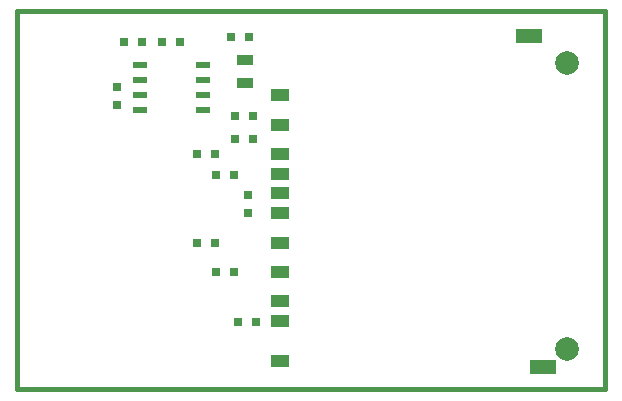
<source format=gtp>
G04 (created by PCBNEW-RS274X (2010-05-05 BZR 2356)-stable) date 4/07/2011 8:20:50 p.m.*
G01*
G70*
G90*
%MOIN*%
G04 Gerber Fmt 3.4, Leading zero omitted, Abs format*
%FSLAX34Y34*%
G04 APERTURE LIST*
%ADD10C,0.006000*%
%ADD11C,0.015000*%
%ADD12R,0.059100X0.039400*%
%ADD13R,0.086600X0.047200*%
%ADD14C,0.078700*%
%ADD15R,0.025000X0.031500*%
%ADD16R,0.031500X0.025000*%
%ADD17R,0.055000X0.035000*%
%ADD18R,0.045000X0.020000*%
G04 APERTURE END LIST*
G54D10*
G54D11*
X39291Y-32323D02*
X39291Y-19764D01*
X19685Y-32362D02*
X39291Y-32362D01*
X19685Y-19763D02*
X19685Y-32362D01*
X39291Y-19763D02*
X19685Y-19763D01*
G54D12*
X28465Y-26501D03*
X28465Y-27485D03*
X28465Y-28470D03*
X28465Y-29424D03*
X28465Y-30094D03*
X28465Y-31412D03*
X28465Y-25832D03*
X28465Y-25182D03*
X28465Y-22564D03*
X28465Y-23548D03*
X28465Y-24533D03*
G54D13*
X36762Y-20586D03*
X37205Y-31609D03*
G54D14*
X38032Y-31019D03*
X38032Y-21491D03*
G54D15*
X23842Y-20786D03*
X23242Y-20786D03*
X26944Y-23267D03*
X27544Y-23267D03*
X25684Y-24527D03*
X26284Y-24527D03*
X25684Y-27480D03*
X26284Y-27480D03*
G54D16*
X23031Y-22897D03*
X23031Y-22297D03*
G54D15*
X26314Y-28464D03*
X26914Y-28464D03*
X26314Y-25236D03*
X26914Y-25236D03*
X26826Y-20630D03*
X27426Y-20630D03*
X27042Y-30114D03*
X27642Y-30114D03*
G54D16*
X27386Y-26473D03*
X27386Y-25873D03*
G54D15*
X27544Y-24015D03*
X26944Y-24015D03*
X24502Y-20786D03*
X25102Y-20786D03*
G54D17*
X27283Y-21396D03*
X27283Y-22146D03*
G54D18*
X23792Y-23072D03*
X25892Y-23072D03*
X23792Y-22572D03*
X23792Y-22072D03*
X23792Y-21572D03*
X25892Y-22572D03*
X25892Y-22072D03*
X25892Y-21572D03*
M02*

</source>
